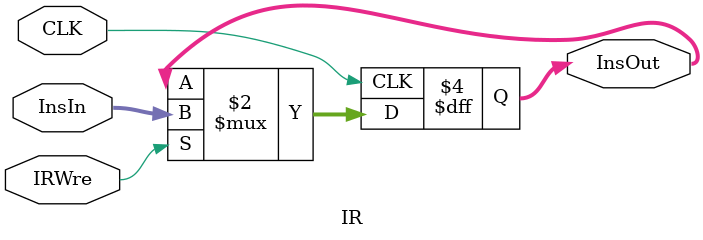
<source format=v>
`timescale 1ns / 1ps


module IR(
    input CLK,
    input IRWre,
    input [31:0] InsIn,
    output reg [31:0] InsOut
    );
  always @(negedge CLK) begin
    if (IRWre) begin
      InsOut <= InsIn;
    end
    $display("!!!!IRWre:",IRWre, "   InsIn:",InsIn,"  InsOut: ",InsOut);    
  end
endmodule

</source>
